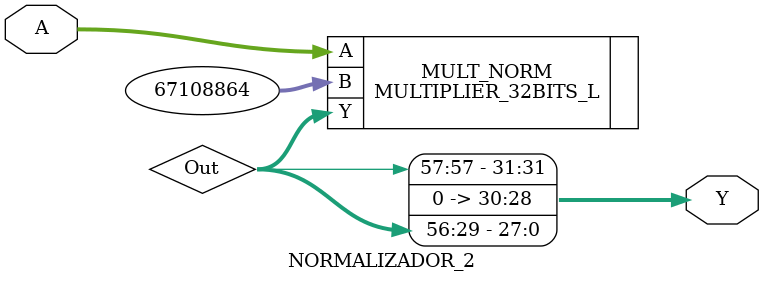
<source format=v>
`timescale 1ns / 1ps


module NORMALIZADOR_2(
    input wire [31:0] A, //entrada al normalizador 
    output wire [31:0] Y //salida de la normalizacion en coma fija, coma entre el bit 30 y 29
    );

//wire [61:0] Out;      
wire [63:0] Out;      
    
    MULTIPLIER_32BITS_L MULT_NORM(
        .A(A),
        //.B(32'b00000000001110001110001000011001),
        //.B(32'b00000000001110001101010011111101), // 1/(18)   1/valor maximo 
        //.B(32'b00000000001110001001001101110100), // 1/(18.1)   1/valor maximo constante de adrian
        //.B(32'b00000000001011110011000001011110), // 1/(21.7)   1/valor maximo   constante de jj
        .B(32'b00000100000000000000000000000000), // 1   valor prueba sin normalizacion
        .Y(Out)
        );

//assign Y = Out[54:22];   // salida de constante de adrian    
assign Y = {Out[57],{3{1'b0}},Out[56:52],Out[51:29]};   //constante  de jj y ajuste para estimador a formato 1:8:23  

endmodule

</source>
